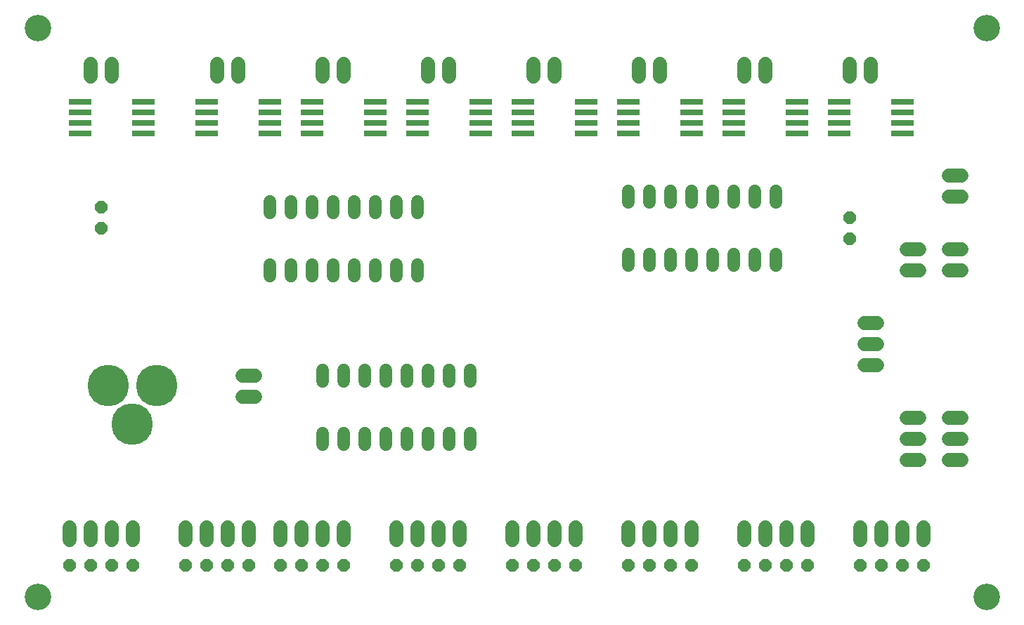
<source format=gbr>
G04 EAGLE Gerber RS-274X export*
G75*
%MOMM*%
%FSLAX34Y34*%
%LPD*%
%INSoldermask Top*%
%IPPOS*%
%AMOC8*
5,1,8,0,0,1.08239X$1,22.5*%
G01*
%ADD10C,3.203200*%
%ADD11C,1.727200*%
%ADD12P,1.649562X8X112.500000*%
%ADD13P,1.649562X8X292.500000*%
%ADD14C,1.524000*%
%ADD15P,1.649562X8X22.500000*%
%ADD16R,2.703200X0.703200*%
%ADD17C,5.003200*%


D10*
X25400Y711200D03*
X1168400Y711200D03*
X1168400Y25400D03*
X25400Y25400D03*
D11*
X1122680Y419100D02*
X1137920Y419100D01*
X1137920Y444500D02*
X1122680Y444500D01*
X1122680Y241300D02*
X1137920Y241300D01*
X1137920Y215900D02*
X1122680Y215900D01*
X1122680Y190500D02*
X1137920Y190500D01*
X1087120Y241300D02*
X1071880Y241300D01*
X1071880Y215900D02*
X1087120Y215900D01*
X1087120Y190500D02*
X1071880Y190500D01*
D12*
X1003300Y457200D03*
X1003300Y482600D03*
D13*
X101600Y495300D03*
X101600Y469900D03*
D11*
X1021080Y355600D02*
X1036320Y355600D01*
X1036320Y330200D02*
X1021080Y330200D01*
X1021080Y304800D02*
X1036320Y304800D01*
X1071880Y419100D02*
X1087120Y419100D01*
X1087120Y444500D02*
X1071880Y444500D01*
D14*
X914400Y501396D02*
X914400Y514604D01*
X889000Y514604D02*
X889000Y501396D01*
X812800Y501396D02*
X812800Y514604D01*
X787400Y514604D02*
X787400Y501396D01*
X863600Y501396D02*
X863600Y514604D01*
X838200Y514604D02*
X838200Y501396D01*
X762000Y501396D02*
X762000Y514604D01*
X736600Y514604D02*
X736600Y501396D01*
X736600Y438404D02*
X736600Y425196D01*
X762000Y425196D02*
X762000Y438404D01*
X787400Y438404D02*
X787400Y425196D01*
X812800Y425196D02*
X812800Y438404D01*
X838200Y438404D02*
X838200Y425196D01*
X863600Y425196D02*
X863600Y438404D01*
X889000Y438404D02*
X889000Y425196D01*
X914400Y425196D02*
X914400Y438404D01*
X304800Y425704D02*
X304800Y412496D01*
X330200Y412496D02*
X330200Y425704D01*
X406400Y425704D02*
X406400Y412496D01*
X431800Y412496D02*
X431800Y425704D01*
X355600Y425704D02*
X355600Y412496D01*
X381000Y412496D02*
X381000Y425704D01*
X457200Y425704D02*
X457200Y412496D01*
X482600Y412496D02*
X482600Y425704D01*
X482600Y488696D02*
X482600Y501904D01*
X457200Y501904D02*
X457200Y488696D01*
X431800Y488696D02*
X431800Y501904D01*
X406400Y501904D02*
X406400Y488696D01*
X381000Y488696D02*
X381000Y501904D01*
X355600Y501904D02*
X355600Y488696D01*
X330200Y488696D02*
X330200Y501904D01*
X304800Y501904D02*
X304800Y488696D01*
D11*
X520700Y652780D02*
X520700Y668020D01*
X495300Y668020D02*
X495300Y652780D01*
X393700Y652780D02*
X393700Y668020D01*
X368300Y668020D02*
X368300Y652780D01*
X1028700Y652780D02*
X1028700Y668020D01*
X1003300Y668020D02*
X1003300Y652780D01*
X901700Y652780D02*
X901700Y668020D01*
X876300Y668020D02*
X876300Y652780D01*
X266700Y652780D02*
X266700Y668020D01*
X241300Y668020D02*
X241300Y652780D01*
X114300Y652780D02*
X114300Y668020D01*
X88900Y668020D02*
X88900Y652780D01*
X774700Y652780D02*
X774700Y668020D01*
X749300Y668020D02*
X749300Y652780D01*
X647700Y652780D02*
X647700Y668020D01*
X622300Y668020D02*
X622300Y652780D01*
D14*
X368300Y222504D02*
X368300Y209296D01*
X393700Y209296D02*
X393700Y222504D01*
X469900Y222504D02*
X469900Y209296D01*
X495300Y209296D02*
X495300Y222504D01*
X419100Y222504D02*
X419100Y209296D01*
X444500Y209296D02*
X444500Y222504D01*
X520700Y222504D02*
X520700Y209296D01*
X546100Y209296D02*
X546100Y222504D01*
X546100Y285496D02*
X546100Y298704D01*
X520700Y298704D02*
X520700Y285496D01*
X495300Y285496D02*
X495300Y298704D01*
X469900Y298704D02*
X469900Y285496D01*
X444500Y285496D02*
X444500Y298704D01*
X419100Y298704D02*
X419100Y285496D01*
X393700Y285496D02*
X393700Y298704D01*
X368300Y298704D02*
X368300Y285496D01*
D11*
X1016000Y109220D02*
X1016000Y93980D01*
X1041400Y93980D02*
X1041400Y109220D01*
X876300Y109220D02*
X876300Y93980D01*
X901700Y93980D02*
X901700Y109220D01*
X736600Y109220D02*
X736600Y93980D01*
X762000Y93980D02*
X762000Y109220D01*
X596900Y109220D02*
X596900Y93980D01*
X622300Y93980D02*
X622300Y109220D01*
X457200Y109220D02*
X457200Y93980D01*
X482600Y93980D02*
X482600Y109220D01*
X317500Y109220D02*
X317500Y93980D01*
X342900Y93980D02*
X342900Y109220D01*
X203200Y109220D02*
X203200Y93980D01*
X228600Y93980D02*
X228600Y109220D01*
X63500Y109220D02*
X63500Y93980D01*
X88900Y93980D02*
X88900Y109220D01*
X1092200Y109220D02*
X1092200Y93980D01*
X1066800Y93980D02*
X1066800Y109220D01*
X952500Y109220D02*
X952500Y93980D01*
X927100Y93980D02*
X927100Y109220D01*
X812800Y109220D02*
X812800Y93980D01*
X787400Y93980D02*
X787400Y109220D01*
X673100Y109220D02*
X673100Y93980D01*
X647700Y93980D02*
X647700Y109220D01*
X533400Y109220D02*
X533400Y93980D01*
X508000Y93980D02*
X508000Y109220D01*
X393700Y109220D02*
X393700Y93980D01*
X368300Y93980D02*
X368300Y109220D01*
X279400Y109220D02*
X279400Y93980D01*
X254000Y93980D02*
X254000Y109220D01*
X139700Y109220D02*
X139700Y93980D01*
X114300Y93980D02*
X114300Y109220D01*
D15*
X1016000Y63500D03*
X1041400Y63500D03*
X508000Y63500D03*
X533400Y63500D03*
X317500Y63500D03*
X342900Y63500D03*
X368300Y63500D03*
X393700Y63500D03*
X203200Y63500D03*
X228600Y63500D03*
X254000Y63500D03*
X279400Y63500D03*
X63500Y63500D03*
X88900Y63500D03*
X114300Y63500D03*
X139700Y63500D03*
X1066800Y63500D03*
X1092200Y63500D03*
X876300Y63500D03*
X901700Y63500D03*
X927100Y63500D03*
X952500Y63500D03*
X736600Y63500D03*
X762000Y63500D03*
X787400Y63500D03*
X812800Y63500D03*
X596900Y63500D03*
X622300Y63500D03*
X647700Y63500D03*
X673100Y63500D03*
X457200Y63500D03*
X482600Y63500D03*
D11*
X1122680Y508000D02*
X1137920Y508000D01*
X1137920Y533400D02*
X1122680Y533400D01*
D16*
X482600Y622300D03*
X482600Y609600D03*
X482600Y596900D03*
X482600Y584200D03*
X558700Y622300D03*
X558700Y609600D03*
X558700Y596900D03*
X558700Y584200D03*
X355600Y622300D03*
X355600Y609600D03*
X355600Y596900D03*
X355600Y584200D03*
X431700Y622300D03*
X431700Y609600D03*
X431700Y596900D03*
X431700Y584200D03*
X990600Y622300D03*
X990600Y609600D03*
X990600Y596900D03*
X990600Y584200D03*
X1066700Y622300D03*
X1066700Y609600D03*
X1066700Y596900D03*
X1066700Y584200D03*
X863600Y622300D03*
X863600Y609600D03*
X863600Y596900D03*
X863600Y584200D03*
X939700Y622300D03*
X939700Y609600D03*
X939700Y596900D03*
X939700Y584200D03*
X228600Y622300D03*
X228600Y609600D03*
X228600Y596900D03*
X228600Y584200D03*
X304700Y622300D03*
X304700Y609600D03*
X304700Y596900D03*
X304700Y584200D03*
X76200Y622300D03*
X76200Y609600D03*
X76200Y596900D03*
X76200Y584200D03*
X152300Y622300D03*
X152300Y609600D03*
X152300Y596900D03*
X152300Y584200D03*
X736600Y622300D03*
X736600Y609600D03*
X736600Y596900D03*
X736600Y584200D03*
X812700Y622300D03*
X812700Y609600D03*
X812700Y596900D03*
X812700Y584200D03*
X609600Y622300D03*
X609600Y609600D03*
X609600Y596900D03*
X609600Y584200D03*
X685700Y622300D03*
X685700Y609600D03*
X685700Y596900D03*
X685700Y584200D03*
D17*
X139100Y233400D03*
X169100Y280400D03*
X110100Y280400D03*
D11*
X271780Y266700D02*
X287020Y266700D01*
X287020Y292100D02*
X271780Y292100D01*
M02*

</source>
